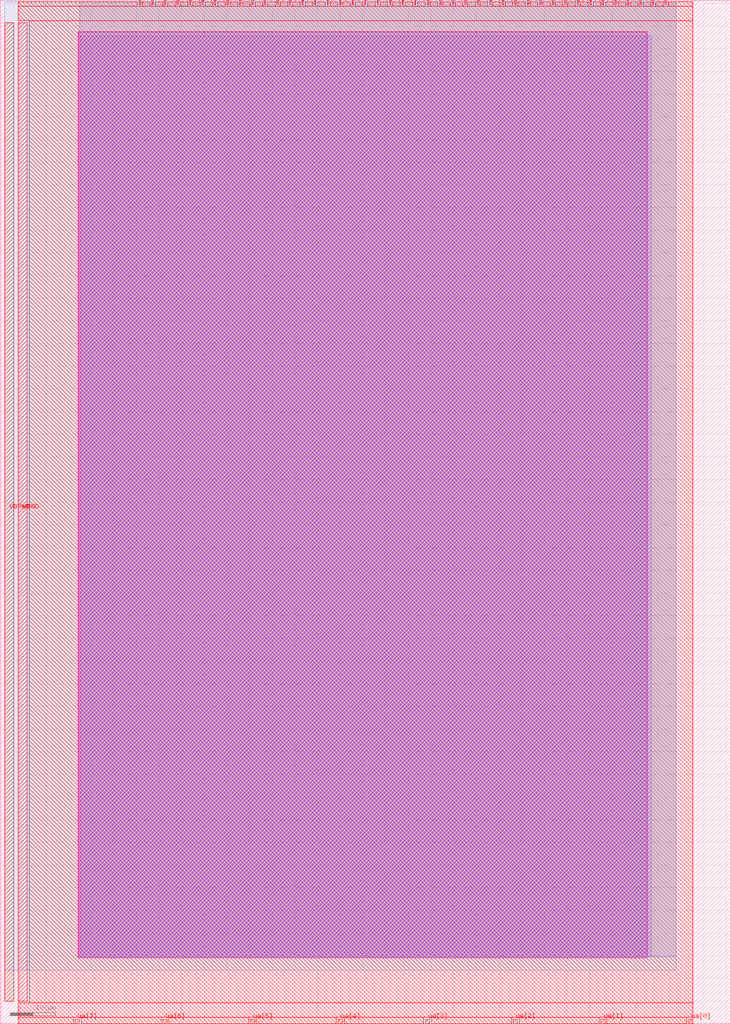
<source format=lef>
VERSION 5.7 ;
  NOWIREEXTENSIONATPIN ON ;
  DIVIDERCHAR "/" ;
  BUSBITCHARS "[]" ;
MACRO tt_um_diff
  CLASS BLOCK ;
  FOREIGN tt_um_diff ;
  ORIGIN 0.000 0.000 ;
  SIZE 161.000 BY 225.760 ;
  PIN rst_n
    ANTENNAGATEAREA 540.799988 ;
    ANTENNADIFFAREA 456.995087 ;
    PORT
      LAYER met4 ;
        RECT 141.070 224.760 141.370 225.760 ;
    END
  END rst_n
  PIN VDPWR
    ANTENNAGATEAREA 524.000000 ;
    ANTENNADIFFAREA 585.445312 ;
    PORT
      LAYER met4 ;
        RECT 1.000 5.000 3.000 220.760 ;
    END
  END VDPWR
  PIN VGND
    USE GROUND ;
    PORT
      LAYER met4 ;
        RECT 4.000 5.000 6.000 220.760 ;
    END
  END VGND
  PIN clk
    PORT
      LAYER met4 ;
        RECT 143.830 224.760 144.130 225.760 ;
    END
  END clk
  PIN ena
    PORT
      LAYER met4 ;
        RECT 146.590 224.760 146.890 225.760 ;
    END
  END ena
  PIN ui_in[0]
    ANTENNAGATEAREA 0.750000 ;
    PORT
      LAYER met4 ;
        RECT 138.310 224.760 138.610 225.760 ;
    END
  END ui_in[0]
  PIN ui_in[1]
    ANTENNAGATEAREA 0.750000 ;
    PORT
      LAYER met4 ;
        RECT 135.550 224.760 135.850 225.760 ;
    END
  END ui_in[1]
  PIN ui_in[2]
    ANTENNAGATEAREA 540.799988 ;
    ANTENNADIFFAREA 456.995087 ;
    PORT
      LAYER met4 ;
        RECT 132.790 224.760 133.090 225.760 ;
    END
  END ui_in[2]
  PIN ui_in[3]
    ANTENNAGATEAREA 540.799988 ;
    ANTENNADIFFAREA 456.995087 ;
    PORT
      LAYER met4 ;
        RECT 130.030 224.760 130.330 225.760 ;
    END
  END ui_in[3]
  PIN ui_in[4]
    ANTENNAGATEAREA 540.799988 ;
    ANTENNADIFFAREA 456.995087 ;
    PORT
      LAYER met4 ;
        RECT 127.270 224.760 127.570 225.760 ;
    END
  END ui_in[4]
  PIN ui_in[5]
    ANTENNAGATEAREA 540.799988 ;
    ANTENNADIFFAREA 456.995087 ;
    PORT
      LAYER met4 ;
        RECT 124.510 224.760 124.810 225.760 ;
    END
  END ui_in[5]
  PIN ui_in[6]
    ANTENNAGATEAREA 540.799988 ;
    ANTENNADIFFAREA 456.995087 ;
    PORT
      LAYER met4 ;
        RECT 121.750 224.760 122.050 225.760 ;
    END
  END ui_in[6]
  PIN ui_in[7]
    ANTENNAGATEAREA 540.799988 ;
    ANTENNADIFFAREA 456.995087 ;
    PORT
      LAYER met4 ;
        RECT 118.990 224.760 119.290 225.760 ;
    END
  END ui_in[7]
  PIN uio_in[0]
    ANTENNAGATEAREA 540.799988 ;
    ANTENNADIFFAREA 456.995087 ;
    PORT
      LAYER met4 ;
        RECT 116.230 224.760 116.530 225.760 ;
    END
  END uio_in[0]
  PIN uio_in[1]
    ANTENNAGATEAREA 540.799988 ;
    ANTENNADIFFAREA 456.995087 ;
    PORT
      LAYER met4 ;
        RECT 113.470 224.760 113.770 225.760 ;
    END
  END uio_in[1]
  PIN uio_in[2]
    ANTENNAGATEAREA 540.799988 ;
    ANTENNADIFFAREA 456.995087 ;
    PORT
      LAYER met4 ;
        RECT 110.710 224.760 111.010 225.760 ;
    END
  END uio_in[2]
  PIN uio_in[3]
    ANTENNAGATEAREA 540.799988 ;
    ANTENNADIFFAREA 456.995087 ;
    PORT
      LAYER met4 ;
        RECT 107.950 224.760 108.250 225.760 ;
    END
  END uio_in[3]
  PIN uio_in[4]
    ANTENNAGATEAREA 540.799988 ;
    ANTENNADIFFAREA 456.995087 ;
    PORT
      LAYER met4 ;
        RECT 105.190 224.760 105.490 225.760 ;
    END
  END uio_in[4]
  PIN uio_in[5]
    ANTENNAGATEAREA 540.799988 ;
    ANTENNADIFFAREA 456.995087 ;
    PORT
      LAYER met4 ;
        RECT 102.430 224.760 102.730 225.760 ;
    END
  END uio_in[5]
  PIN uio_in[6]
    ANTENNAGATEAREA 540.799988 ;
    ANTENNADIFFAREA 456.995087 ;
    PORT
      LAYER met4 ;
        RECT 99.670 224.760 99.970 225.760 ;
    END
  END uio_in[6]
  PIN uio_in[7]
    ANTENNAGATEAREA 540.799988 ;
    ANTENNADIFFAREA 456.995087 ;
    PORT
      LAYER met4 ;
        RECT 96.910 224.760 97.210 225.760 ;
    END
  END uio_in[7]
  PIN uo_out[0]
    ANTENNAGATEAREA 540.799988 ;
    ANTENNADIFFAREA 456.995087 ;
    PORT
      LAYER met4 ;
        RECT 94.150 224.760 94.450 225.760 ;
    END
  END uo_out[0]
  PIN uo_out[1]
    ANTENNAGATEAREA 540.799988 ;
    ANTENNADIFFAREA 456.995087 ;
    PORT
      LAYER met4 ;
        RECT 91.390 224.760 91.690 225.760 ;
    END
  END uo_out[1]
  PIN uo_out[2]
    ANTENNAGATEAREA 540.799988 ;
    ANTENNADIFFAREA 456.995087 ;
    PORT
      LAYER met4 ;
        RECT 88.630 224.760 88.930 225.760 ;
    END
  END uo_out[2]
  PIN uo_out[3]
    ANTENNAGATEAREA 540.799988 ;
    ANTENNADIFFAREA 456.995087 ;
    PORT
      LAYER met4 ;
        RECT 85.870 224.760 86.170 225.760 ;
    END
  END uo_out[3]
  PIN uo_out[4]
    ANTENNAGATEAREA 540.799988 ;
    ANTENNADIFFAREA 456.995087 ;
    PORT
      LAYER met4 ;
        RECT 83.110 224.760 83.410 225.760 ;
    END
  END uo_out[4]
  PIN uo_out[5]
    ANTENNAGATEAREA 540.799988 ;
    ANTENNADIFFAREA 456.995087 ;
    PORT
      LAYER met4 ;
        RECT 80.350 224.760 80.650 225.760 ;
    END
  END uo_out[5]
  PIN uo_out[6]
    ANTENNAGATEAREA 540.799988 ;
    ANTENNADIFFAREA 456.995087 ;
    PORT
      LAYER met4 ;
        RECT 77.590 224.760 77.890 225.760 ;
    END
  END uo_out[6]
  PIN uio_oe[7]
    ANTENNAGATEAREA 540.799988 ;
    ANTENNADIFFAREA 456.995087 ;
    PORT
      LAYER met4 ;
        RECT 30.670 224.760 30.970 225.760 ;
    END
  END uio_oe[7]
  PIN uio_out[0]
    ANTENNAGATEAREA 540.799988 ;
    ANTENNADIFFAREA 456.995087 ;
    PORT
      LAYER met4 ;
        RECT 72.070 224.760 72.370 225.760 ;
    END
  END uio_out[0]
  PIN uio_out[1]
    ANTENNAGATEAREA 540.799988 ;
    ANTENNADIFFAREA 456.995087 ;
    PORT
      LAYER met4 ;
        RECT 69.310 224.760 69.610 225.760 ;
    END
  END uio_out[1]
  PIN uio_out[2]
    ANTENNAGATEAREA 540.799988 ;
    ANTENNADIFFAREA 456.995087 ;
    PORT
      LAYER met4 ;
        RECT 66.550 224.760 66.850 225.760 ;
    END
  END uio_out[2]
  PIN uio_out[3]
    ANTENNAGATEAREA 540.799988 ;
    ANTENNADIFFAREA 456.995087 ;
    PORT
      LAYER met4 ;
        RECT 63.790 224.760 64.090 225.760 ;
    END
  END uio_out[3]
  PIN uio_out[4]
    ANTENNAGATEAREA 540.799988 ;
    ANTENNADIFFAREA 456.995087 ;
    PORT
      LAYER met4 ;
        RECT 61.030 224.760 61.330 225.760 ;
    END
  END uio_out[4]
  PIN uio_out[5]
    ANTENNAGATEAREA 540.799988 ;
    ANTENNADIFFAREA 456.995087 ;
    PORT
      LAYER met4 ;
        RECT 58.270 224.760 58.570 225.760 ;
    END
  END uio_out[5]
  PIN uio_out[6]
    ANTENNAGATEAREA 540.799988 ;
    ANTENNADIFFAREA 456.995087 ;
    PORT
      LAYER met4 ;
        RECT 55.510 224.760 55.810 225.760 ;
    END
  END uio_out[6]
  PIN uio_out[7]
    ANTENNAGATEAREA 540.799988 ;
    ANTENNADIFFAREA 456.995087 ;
    PORT
      LAYER met4 ;
        RECT 52.750 224.760 53.050 225.760 ;
    END
  END uio_out[7]
  PIN uio_oe[0]
    ANTENNAGATEAREA 540.799988 ;
    ANTENNADIFFAREA 456.995087 ;
    PORT
      LAYER met4 ;
        RECT 49.990 224.760 50.290 225.760 ;
    END
  END uio_oe[0]
  PIN uio_oe[1]
    ANTENNAGATEAREA 540.799988 ;
    ANTENNADIFFAREA 456.995087 ;
    PORT
      LAYER met4 ;
        RECT 47.230 224.760 47.530 225.760 ;
    END
  END uio_oe[1]
  PIN uio_oe[2]
    ANTENNAGATEAREA 540.799988 ;
    ANTENNADIFFAREA 456.995087 ;
    PORT
      LAYER met4 ;
        RECT 44.470 224.760 44.770 225.760 ;
    END
  END uio_oe[2]
  PIN uio_oe[3]
    ANTENNAGATEAREA 540.799988 ;
    ANTENNADIFFAREA 456.995087 ;
    PORT
      LAYER met4 ;
        RECT 41.710 224.760 42.010 225.760 ;
    END
  END uio_oe[3]
  PIN uio_oe[4]
    ANTENNAGATEAREA 540.799988 ;
    ANTENNADIFFAREA 456.995087 ;
    PORT
      LAYER met4 ;
        RECT 38.950 224.760 39.250 225.760 ;
    END
  END uio_oe[4]
  PIN uio_oe[5]
    ANTENNAGATEAREA 540.799988 ;
    ANTENNADIFFAREA 456.995087 ;
    PORT
      LAYER met4 ;
        RECT 36.190 224.760 36.490 225.760 ;
    END
  END uio_oe[5]
  PIN uio_oe[6]
    ANTENNAGATEAREA 540.799988 ;
    ANTENNADIFFAREA 456.995087 ;
    PORT
      LAYER met4 ;
        RECT 33.430 224.760 33.730 225.760 ;
    END
  END uio_oe[6]
  PIN uo_out[7]
    PORT
      LAYER met4 ;
        RECT 74.830 224.760 75.130 225.760 ;
    END
  END uo_out[7]
  PIN ua[4]
    ANTENNADIFFAREA 7.830000 ;
    PORT
      LAYER met4 ;
        RECT 74.530 0.000 75.430 1.000 ;
    END
  END ua[4]
  PIN ua[5]
    ANTENNADIFFAREA 7.830000 ;
    PORT
      LAYER met4 ;
        RECT 55.210 0.000 56.110 1.000 ;
    END
  END ua[5]
  PIN ua[6]
    PORT
      LAYER met4 ;
        RECT 35.890 0.000 36.790 1.000 ;
    END
  END ua[6]
  PIN ua[7]
    PORT
      LAYER met4 ;
        RECT 16.570 0.000 17.470 1.000 ;
    END
  END ua[7]
  PIN ua[0]
    ANTENNAGATEAREA 120.000000 ;
    PORT
      LAYER met4 ;
        RECT 151.810 0.000 152.710 1.000 ;
    END
  END ua[0]
  PIN ua[1]
    ANTENNAGATEAREA 200.000000 ;
    PORT
      LAYER met4 ;
        RECT 132.490 0.000 133.390 1.000 ;
    END
  END ua[1]
  PIN ua[2]
    ANTENNAGATEAREA 200.000000 ;
    PORT
      LAYER met4 ;
        RECT 113.170 0.000 114.070 1.000 ;
    END
  END ua[2]
  PIN ua[3]
    ANTENNADIFFAREA 0.580000 ;
    PORT
      LAYER met4 ;
        RECT 93.850 0.000 94.750 1.000 ;
    END
  END ua[3]
  OBS
      LAYER nwell ;
        RECT 17.165 14.600 142.645 218.780 ;
      LAYER li1 ;
        RECT 17.295 14.800 142.515 218.650 ;
      LAYER met1 ;
        RECT 17.580 14.800 143.530 217.915 ;
      LAYER met2 ;
        RECT 17.580 14.750 149.050 225.400 ;
      LAYER met3 ;
        RECT 1.000 11.850 149.050 225.400 ;
      LAYER met4 ;
        RECT 4.000 224.360 30.270 225.400 ;
        RECT 31.370 224.360 33.030 225.400 ;
        RECT 34.130 224.360 35.790 225.400 ;
        RECT 36.890 224.360 38.550 225.400 ;
        RECT 39.650 224.360 41.310 225.400 ;
        RECT 42.410 224.360 44.070 225.400 ;
        RECT 45.170 224.360 46.830 225.400 ;
        RECT 47.930 224.360 49.590 225.400 ;
        RECT 50.690 224.360 52.350 225.400 ;
        RECT 53.450 224.360 55.110 225.400 ;
        RECT 56.210 224.360 57.870 225.400 ;
        RECT 58.970 224.360 60.630 225.400 ;
        RECT 61.730 224.360 63.390 225.400 ;
        RECT 64.490 224.360 66.150 225.400 ;
        RECT 67.250 224.360 68.910 225.400 ;
        RECT 70.010 224.360 71.670 225.400 ;
        RECT 72.770 224.360 74.430 225.400 ;
        RECT 75.530 224.360 77.190 225.400 ;
        RECT 78.290 224.360 79.950 225.400 ;
        RECT 81.050 224.360 82.710 225.400 ;
        RECT 83.810 224.360 85.470 225.400 ;
        RECT 86.570 224.360 88.230 225.400 ;
        RECT 89.330 224.360 90.990 225.400 ;
        RECT 92.090 224.360 93.750 225.400 ;
        RECT 94.850 224.360 96.510 225.400 ;
        RECT 97.610 224.360 99.270 225.400 ;
        RECT 100.370 224.360 102.030 225.400 ;
        RECT 103.130 224.360 104.790 225.400 ;
        RECT 105.890 224.360 107.550 225.400 ;
        RECT 108.650 224.360 110.310 225.400 ;
        RECT 111.410 224.360 113.070 225.400 ;
        RECT 114.170 224.360 115.830 225.400 ;
        RECT 116.930 224.360 118.590 225.400 ;
        RECT 119.690 224.360 121.350 225.400 ;
        RECT 122.450 224.360 124.110 225.400 ;
        RECT 125.210 224.360 126.870 225.400 ;
        RECT 127.970 224.360 129.630 225.400 ;
        RECT 130.730 224.360 132.390 225.400 ;
        RECT 133.490 224.360 135.150 225.400 ;
        RECT 136.250 224.360 137.910 225.400 ;
        RECT 139.010 224.360 140.670 225.400 ;
        RECT 141.770 224.360 143.430 225.400 ;
        RECT 144.530 224.360 146.190 225.400 ;
        RECT 147.290 224.360 152.710 225.400 ;
        RECT 4.000 221.160 152.710 224.360 ;
        RECT 6.400 4.600 152.710 221.160 ;
        RECT 4.000 1.400 152.710 4.600 ;
        RECT 4.000 0.000 16.170 1.400 ;
        RECT 17.870 0.000 35.490 1.400 ;
        RECT 37.190 0.000 54.810 1.400 ;
        RECT 56.510 0.000 74.130 1.400 ;
        RECT 75.830 0.000 93.450 1.400 ;
        RECT 95.150 0.000 112.770 1.400 ;
        RECT 114.470 0.000 132.090 1.400 ;
        RECT 133.790 0.000 151.410 1.400 ;
  END
END tt_um_diff
END LIBRARY


</source>
